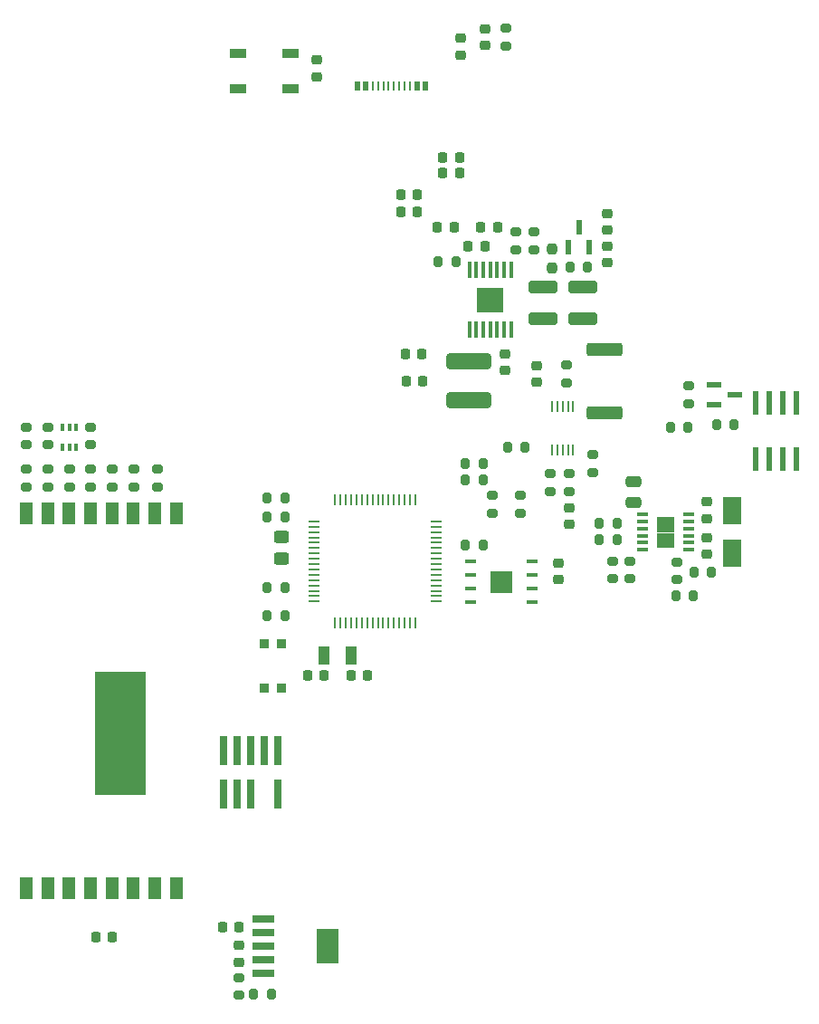
<source format=gtp>
%TF.GenerationSoftware,KiCad,Pcbnew,7.0.2-0*%
%TF.CreationDate,2024-03-08T20:06:00-08:00*%
%TF.ProjectId,mainboard,6d61696e-626f-4617-9264-2e6b69636164,rev?*%
%TF.SameCoordinates,Original*%
%TF.FileFunction,Paste,Top*%
%TF.FilePolarity,Positive*%
%FSLAX46Y46*%
G04 Gerber Fmt 4.6, Leading zero omitted, Abs format (unit mm)*
G04 Created by KiCad (PCBNEW 7.0.2-0) date 2024-03-08 20:06:00*
%MOMM*%
%LPD*%
G01*
G04 APERTURE LIST*
G04 Aperture macros list*
%AMRoundRect*
0 Rectangle with rounded corners*
0 $1 Rounding radius*
0 $2 $3 $4 $5 $6 $7 $8 $9 X,Y pos of 4 corners*
0 Add a 4 corners polygon primitive as box body*
4,1,4,$2,$3,$4,$5,$6,$7,$8,$9,$2,$3,0*
0 Add four circle primitives for the rounded corners*
1,1,$1+$1,$2,$3*
1,1,$1+$1,$4,$5*
1,1,$1+$1,$6,$7*
1,1,$1+$1,$8,$9*
0 Add four rect primitives between the rounded corners*
20,1,$1+$1,$2,$3,$4,$5,0*
20,1,$1+$1,$4,$5,$6,$7,0*
20,1,$1+$1,$6,$7,$8,$9,0*
20,1,$1+$1,$8,$9,$2,$3,0*%
G04 Aperture macros list end*
%ADD10C,0.025400*%
%ADD11RoundRect,0.200000X-0.200000X-0.275000X0.200000X-0.275000X0.200000X0.275000X-0.200000X0.275000X0*%
%ADD12R,0.304800X1.600200*%
%ADD13R,2.460000X2.310000*%
%ADD14RoundRect,0.225000X-0.225000X-0.250000X0.225000X-0.250000X0.225000X0.250000X-0.225000X0.250000X0*%
%ADD15RoundRect,0.225000X0.250000X-0.225000X0.250000X0.225000X-0.250000X0.225000X-0.250000X-0.225000X0*%
%ADD16RoundRect,0.200000X0.200000X0.275000X-0.200000X0.275000X-0.200000X-0.275000X0.200000X-0.275000X0*%
%ADD17RoundRect,0.225000X0.225000X0.250000X-0.225000X0.250000X-0.225000X-0.250000X0.225000X-0.250000X0*%
%ADD18R,1.320800X0.558800*%
%ADD19R,0.210000X1.032500*%
%ADD20R,1.032500X0.210000*%
%ADD21R,0.609600X2.209800*%
%ADD22R,1.050000X0.450000*%
%ADD23R,2.100000X2.100000*%
%ADD24RoundRect,0.200000X-0.275000X0.200000X-0.275000X-0.200000X0.275000X-0.200000X0.275000X0.200000X0*%
%ADD25R,1.500000X0.900000*%
%ADD26RoundRect,0.225000X-0.250000X0.225000X-0.250000X-0.225000X0.250000X-0.225000X0.250000X0.225000X0*%
%ADD27RoundRect,0.250000X-0.450000X0.325000X-0.450000X-0.325000X0.450000X-0.325000X0.450000X0.325000X0*%
%ADD28RoundRect,0.200000X0.275000X-0.200000X0.275000X0.200000X-0.275000X0.200000X-0.275000X-0.200000X0*%
%ADD29R,1.000000X1.800000*%
%ADD30RoundRect,0.218750X0.256250X-0.218750X0.256250X0.218750X-0.256250X0.218750X-0.256250X-0.218750X0*%
%ADD31RoundRect,0.250000X-1.425000X0.362500X-1.425000X-0.362500X1.425000X-0.362500X1.425000X0.362500X0*%
%ADD32RoundRect,0.333000X-1.767000X0.417000X-1.767000X-0.417000X1.767000X-0.417000X1.767000X0.417000X0*%
%ADD33R,0.558800X1.320800*%
%ADD34RoundRect,0.250000X1.100000X-0.325000X1.100000X0.325000X-1.100000X0.325000X-1.100000X-0.325000X0*%
%ADD35R,0.211328X1.137920*%
%ADD36R,0.900000X0.900000*%
%ADD37R,0.400000X0.650000*%
%ADD38R,2.000000X0.650000*%
%ADD39R,2.000000X3.200000*%
%ADD40R,0.480000X0.920000*%
%ADD41R,0.240000X0.920000*%
%ADD42R,0.977900X0.302260*%
%ADD43R,1.700000X2.500000*%
%ADD44RoundRect,0.237500X0.237500X-0.250000X0.237500X0.250000X-0.237500X0.250000X-0.237500X-0.250000X0*%
%ADD45R,0.740000X2.790000*%
%ADD46R,1.300000X2.000000*%
%ADD47R,4.700000X11.500000*%
%ADD48RoundRect,0.250000X-0.475000X0.250000X-0.475000X-0.250000X0.475000X-0.250000X0.475000X0.250000X0*%
G04 APERTURE END LIST*
G36*
X158046100Y-81213096D02*
G01*
X155586100Y-81213096D01*
X155586100Y-78903096D01*
X158046100Y-78903096D01*
X158046100Y-81213096D01*
G37*
D10*
X173978900Y-101677800D02*
X172426300Y-101677800D01*
X172426300Y-100404600D01*
X173978900Y-100404600D01*
X173978900Y-101677800D01*
G36*
X173978900Y-101677800D02*
G01*
X172426300Y-101677800D01*
X172426300Y-100404600D01*
X173978900Y-100404600D01*
X173978900Y-101677800D01*
G37*
X173978900Y-103151000D02*
X172426300Y-103151000D01*
X172426300Y-101877800D01*
X173978900Y-101877800D01*
X173978900Y-103151000D01*
G36*
X173978900Y-103151000D02*
G01*
X172426300Y-103151000D01*
X172426300Y-101877800D01*
X173978900Y-101877800D01*
X173978900Y-103151000D01*
G37*
D11*
X177991000Y-91694000D03*
X179641000Y-91694000D03*
D12*
X158766134Y-77289496D03*
X158116121Y-77289496D03*
X157466112Y-77289496D03*
X156816100Y-77289496D03*
X156166088Y-77289496D03*
X155516079Y-77289496D03*
X154866066Y-77289496D03*
X154866066Y-82826696D03*
X155516079Y-82826696D03*
X156166088Y-82826696D03*
X156816100Y-82826696D03*
X157466112Y-82826696D03*
X158116121Y-82826696D03*
X158766134Y-82826696D03*
D13*
X156816100Y-80058096D03*
D14*
X148958000Y-87630000D03*
X150508000Y-87630000D03*
X148865600Y-85090000D03*
X150415600Y-85090000D03*
D15*
X158178500Y-86690500D03*
X158178500Y-85140500D03*
D16*
X153606000Y-76517500D03*
X151956000Y-76517500D03*
D17*
X156286500Y-75057000D03*
X154736500Y-75057000D03*
D18*
X177783800Y-87995596D03*
X177783800Y-89900596D03*
X179663400Y-88948096D03*
D11*
X164275000Y-76962000D03*
X165925000Y-76962000D03*
D19*
X142300000Y-110259000D03*
X142800000Y-110259000D03*
X143300000Y-110259000D03*
X143800000Y-110259000D03*
X144300000Y-110259000D03*
X144800000Y-110259000D03*
X145300000Y-110259000D03*
X145800000Y-110259000D03*
X146300000Y-110259000D03*
X146800000Y-110259000D03*
X147300000Y-110259000D03*
X147800000Y-110259000D03*
X148300000Y-110259000D03*
X148800000Y-110259000D03*
X149300000Y-110259000D03*
X149800000Y-110259000D03*
D20*
X151788000Y-108271000D03*
X151788000Y-107771000D03*
X151788000Y-107271000D03*
X151788000Y-106771000D03*
X151788000Y-106271000D03*
X151788000Y-105771000D03*
X151788000Y-105271000D03*
X151788000Y-104771000D03*
X151788000Y-104271000D03*
X151788000Y-103771000D03*
X151788000Y-103271000D03*
X151788000Y-102771000D03*
X151788000Y-102271000D03*
X151788000Y-101771000D03*
X151788000Y-101271000D03*
X151788000Y-100771000D03*
D19*
X149800000Y-98783000D03*
X149300000Y-98783000D03*
X148800000Y-98783000D03*
X148300000Y-98783000D03*
X147800000Y-98783000D03*
X147300000Y-98783000D03*
X146800000Y-98783000D03*
X146300000Y-98783000D03*
X145800000Y-98783000D03*
X145300000Y-98783000D03*
X144800000Y-98783000D03*
X144300000Y-98783000D03*
X143800000Y-98783000D03*
X143300000Y-98783000D03*
X142800000Y-98783000D03*
X142300000Y-98783000D03*
D20*
X140312000Y-100771000D03*
X140312000Y-101271000D03*
X140312000Y-101771000D03*
X140312000Y-102271000D03*
X140312000Y-102771000D03*
X140312000Y-103271000D03*
X140312000Y-103771000D03*
X140312000Y-104271000D03*
X140312000Y-104771000D03*
X140312000Y-105271000D03*
X140312000Y-105771000D03*
X140312000Y-106271000D03*
X140312000Y-106771000D03*
X140312000Y-107271000D03*
X140312000Y-107771000D03*
X140312000Y-108271000D03*
D21*
X185420000Y-89712800D03*
X184150000Y-89712800D03*
X182880000Y-89712800D03*
X181610000Y-89712800D03*
X181610000Y-94945200D03*
X182880000Y-94945200D03*
X184150000Y-94945200D03*
X185420000Y-94945200D03*
D11*
X135954000Y-100330000D03*
X137604000Y-100330000D03*
D22*
X155011000Y-104521000D03*
X155011000Y-105791000D03*
X155011000Y-107061000D03*
X155011000Y-108331000D03*
X160711000Y-108331000D03*
X160711000Y-107061000D03*
X160711000Y-105791000D03*
X160711000Y-104521000D03*
D23*
X157861000Y-106426000D03*
D11*
X154496000Y-95377000D03*
X156146000Y-95377000D03*
D16*
X137604000Y-109601000D03*
X135954000Y-109601000D03*
D15*
X154051000Y-57143000D03*
X154051000Y-55593000D03*
D24*
X158254700Y-54674000D03*
X158254700Y-56324000D03*
D17*
X153937000Y-66776600D03*
X152387000Y-66776600D03*
D14*
X148450000Y-71818500D03*
X150000000Y-71818500D03*
D24*
X159194500Y-73724000D03*
X159194500Y-75374000D03*
D14*
X151879000Y-73279000D03*
X153429000Y-73279000D03*
D25*
X138086000Y-60324000D03*
X138086000Y-57024000D03*
X133186000Y-57024000D03*
X133186000Y-60324000D03*
D16*
X156146000Y-102997000D03*
X154496000Y-102997000D03*
D15*
X164211000Y-101064196D03*
X164211000Y-99514196D03*
D26*
X163195000Y-104683096D03*
X163195000Y-106233096D03*
D11*
X135954000Y-106934000D03*
X137604000Y-106934000D03*
D16*
X137604000Y-98552000D03*
X135954000Y-98552000D03*
D27*
X137287000Y-102226000D03*
X137287000Y-104276000D03*
D15*
X140589000Y-59195000D03*
X140589000Y-57645000D03*
D17*
X157493000Y-73279000D03*
X155943000Y-73279000D03*
D14*
X148412000Y-70231000D03*
X149962000Y-70231000D03*
D28*
X162433000Y-97980000D03*
X162433000Y-96330000D03*
X164211000Y-97980000D03*
X164211000Y-96330000D03*
D11*
X158433000Y-93853000D03*
X160083000Y-93853000D03*
D28*
X166370000Y-96202000D03*
X166370000Y-94552000D03*
D16*
X156146000Y-96901000D03*
X154496000Y-96901000D03*
D14*
X143801800Y-115183920D03*
X145351800Y-115183920D03*
D29*
X141294800Y-113278920D03*
X143794800Y-113278920D03*
D17*
X141287800Y-115183920D03*
X139737800Y-115183920D03*
D28*
X160909000Y-75374000D03*
X160909000Y-73724000D03*
D30*
X156293500Y-56286500D03*
X156293500Y-54711500D03*
D31*
X167513000Y-84667500D03*
X167513000Y-90592500D03*
D32*
X154813000Y-85830000D03*
X154813000Y-89430000D03*
D33*
X164147500Y-75171300D03*
X166052500Y-75171300D03*
X165100000Y-73291700D03*
D16*
X175323000Y-91948000D03*
X173673000Y-91948000D03*
D24*
X175387000Y-88123096D03*
X175387000Y-89773096D03*
D34*
X161769100Y-81787096D03*
X161769100Y-78837096D03*
X165481000Y-81787096D03*
X165481000Y-78837096D03*
D26*
X167767000Y-71996000D03*
X167767000Y-73546000D03*
D24*
X163957000Y-86170000D03*
X163957000Y-87820000D03*
D35*
X164576001Y-90030300D03*
X164075999Y-90030300D03*
X163576000Y-90030300D03*
X163076001Y-90030300D03*
X162575999Y-90030300D03*
X162575999Y-94119700D03*
X163076001Y-94119700D03*
X163576000Y-94119700D03*
X164075999Y-94119700D03*
X164576001Y-94119700D03*
D24*
X133266000Y-143447000D03*
X133266000Y-145097000D03*
D36*
X135661500Y-112250000D03*
X135661500Y-116350000D03*
X137261500Y-112250000D03*
X137261500Y-116350000D03*
D15*
X167767000Y-76594000D03*
X167767000Y-75044000D03*
D28*
X115438600Y-97535500D03*
X115438600Y-95885500D03*
X113438600Y-97535500D03*
X113438600Y-95885500D03*
D24*
X119438600Y-95885500D03*
X119438600Y-97535500D03*
D28*
X121438600Y-97535500D03*
X121438600Y-95885500D03*
X113438600Y-93623900D03*
X113438600Y-91973900D03*
X119438600Y-93623900D03*
X119438600Y-91973900D03*
D37*
X116788600Y-93850500D03*
X117438600Y-93850500D03*
X118088600Y-93850500D03*
X118088600Y-91950500D03*
X117438600Y-91950500D03*
X116788600Y-91950500D03*
D24*
X115438600Y-91973900D03*
X115438600Y-93623900D03*
X117438600Y-95885500D03*
X117438600Y-97535500D03*
X123438600Y-95885500D03*
X123438600Y-97535500D03*
D28*
X125666500Y-97535500D03*
X125666500Y-95885500D03*
D38*
X135600000Y-137922000D03*
X135600000Y-139192000D03*
X135600000Y-140462000D03*
X135600000Y-141732000D03*
X135600000Y-143002000D03*
D39*
X141600000Y-140462000D03*
D14*
X119925800Y-139674600D03*
X121475800Y-139674600D03*
D11*
X134675000Y-145000000D03*
X136325000Y-145000000D03*
D26*
X133266000Y-140449000D03*
X133266000Y-141999000D03*
D14*
X152387000Y-68199000D03*
X153937000Y-68199000D03*
D26*
X161163000Y-86220000D03*
X161163000Y-87770000D03*
D40*
X150752000Y-60038000D03*
X149952000Y-60038000D03*
D41*
X148802000Y-60038000D03*
X147802000Y-60038000D03*
X147302000Y-60038000D03*
X146302000Y-60038000D03*
D40*
X145152000Y-60038000D03*
X144352000Y-60038000D03*
D41*
X145802000Y-60038000D03*
X146802000Y-60038000D03*
X148302000Y-60038000D03*
X149302000Y-60038000D03*
D16*
X177532800Y-105567481D03*
X175882800Y-105567481D03*
D24*
X168224200Y-104488481D03*
X168224200Y-106138481D03*
D42*
X171018200Y-100152200D03*
X171018200Y-100802441D03*
X171018200Y-101452681D03*
X171018200Y-102102919D03*
X171018200Y-102753159D03*
X171018200Y-103403400D03*
X175387000Y-103403400D03*
X175387000Y-102753159D03*
X175387000Y-102102919D03*
X175387000Y-101452681D03*
X175387000Y-100802441D03*
X175387000Y-100152200D03*
D43*
X179451000Y-99759000D03*
X179451000Y-103759000D03*
D44*
X162560000Y-77112500D03*
X162560000Y-75287500D03*
D14*
X131750000Y-138750000D03*
X133300000Y-138750000D03*
D15*
X177063400Y-100500481D03*
X177063400Y-98950481D03*
D24*
X169849800Y-104488481D03*
X169849800Y-106138481D03*
D45*
X131825000Y-126280000D03*
X131825000Y-122210000D03*
X133095000Y-126280000D03*
X133095000Y-122210000D03*
X134365000Y-126280000D03*
X134365000Y-122210000D03*
X135635000Y-122210000D03*
X136905000Y-126280000D03*
X136905000Y-122210000D03*
D46*
X113420000Y-135050000D03*
X115420000Y-135050000D03*
X117420000Y-135050000D03*
X119420000Y-135050000D03*
X121420000Y-135050000D03*
X123420000Y-135050000D03*
X125420000Y-135050000D03*
X127420000Y-135050000D03*
X127420000Y-100050000D03*
X125420000Y-100050000D03*
X123420000Y-100050000D03*
X121420000Y-100050000D03*
X119420000Y-100050000D03*
X117420000Y-100050000D03*
X115420000Y-100050000D03*
X113420000Y-100050000D03*
D47*
X122170000Y-120600000D03*
D24*
X157010000Y-98345000D03*
X157010000Y-99995000D03*
D11*
X174181000Y-107696000D03*
X175831000Y-107696000D03*
X167015000Y-100950000D03*
X168665000Y-100950000D03*
D16*
X168665000Y-102490000D03*
X167015000Y-102490000D03*
D15*
X177063400Y-103853281D03*
X177063400Y-102303281D03*
D48*
X170230800Y-97073681D03*
X170230800Y-98973681D03*
D24*
X159660000Y-98335000D03*
X159660000Y-99985000D03*
X174244000Y-104585000D03*
X174244000Y-106235000D03*
M02*

</source>
